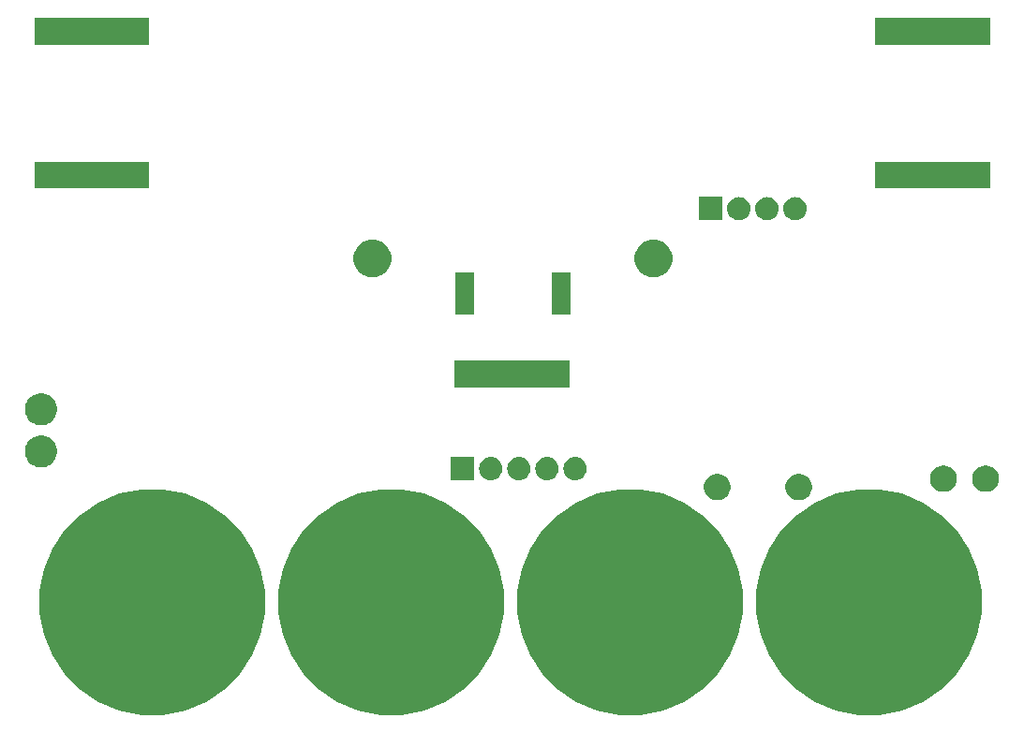
<source format=gbr>
G04 #@! TF.GenerationSoftware,KiCad,Pcbnew,5.0.1*
G04 #@! TF.CreationDate,2019-01-19T07:31:33-06:00*
G04 #@! TF.ProjectId,badge,62616467652E6B696361645F70636200,rev?*
G04 #@! TF.SameCoordinates,Original*
G04 #@! TF.FileFunction,Soldermask,Bot*
G04 #@! TF.FilePolarity,Negative*
%FSLAX46Y46*%
G04 Gerber Fmt 4.6, Leading zero omitted, Abs format (unit mm)*
G04 Created by KiCad (PCBNEW 5.0.1) date Sat 19 Jan 2019 07:31:33 AM CST*
%MOMM*%
%LPD*%
G01*
G04 APERTURE LIST*
%ADD10C,0.100000*%
G04 APERTURE END LIST*
D10*
G36*
X118545229Y-132431980D02*
X120401510Y-133200877D01*
X120401512Y-133200878D01*
X122049897Y-134302293D01*
X122072124Y-134317145D01*
X123492855Y-135737876D01*
X124609123Y-137408490D01*
X125378020Y-139264771D01*
X125770000Y-141235386D01*
X125770000Y-143244614D01*
X125378020Y-145215229D01*
X124609123Y-147071510D01*
X123492855Y-148742124D01*
X122072124Y-150162855D01*
X122072121Y-150162857D01*
X120401512Y-151279122D01*
X120401511Y-151279123D01*
X120401510Y-151279123D01*
X118545229Y-152048020D01*
X116574614Y-152440000D01*
X114565386Y-152440000D01*
X112594771Y-152048020D01*
X110738490Y-151279123D01*
X110738489Y-151279123D01*
X110738488Y-151279122D01*
X109067879Y-150162857D01*
X109067876Y-150162855D01*
X107647145Y-148742124D01*
X106530877Y-147071510D01*
X105761980Y-145215229D01*
X105370000Y-143244614D01*
X105370000Y-141235386D01*
X105761980Y-139264771D01*
X106530877Y-137408490D01*
X107647145Y-135737876D01*
X109067876Y-134317145D01*
X109090103Y-134302293D01*
X110738488Y-133200878D01*
X110738490Y-133200877D01*
X112594771Y-132431980D01*
X114565386Y-132040000D01*
X116574614Y-132040000D01*
X118545229Y-132431980D01*
X118545229Y-132431980D01*
G37*
G36*
X96955229Y-132431980D02*
X98811510Y-133200877D01*
X98811512Y-133200878D01*
X100459897Y-134302293D01*
X100482124Y-134317145D01*
X101902855Y-135737876D01*
X103019123Y-137408490D01*
X103788020Y-139264771D01*
X104180000Y-141235386D01*
X104180000Y-143244614D01*
X103788020Y-145215229D01*
X103019123Y-147071510D01*
X101902855Y-148742124D01*
X100482124Y-150162855D01*
X100482121Y-150162857D01*
X98811512Y-151279122D01*
X98811511Y-151279123D01*
X98811510Y-151279123D01*
X96955229Y-152048020D01*
X94984614Y-152440000D01*
X92975386Y-152440000D01*
X91004771Y-152048020D01*
X89148490Y-151279123D01*
X89148489Y-151279123D01*
X89148488Y-151279122D01*
X87477879Y-150162857D01*
X87477876Y-150162855D01*
X86057145Y-148742124D01*
X84940877Y-147071510D01*
X84171980Y-145215229D01*
X83780000Y-143244614D01*
X83780000Y-141235386D01*
X84171980Y-139264771D01*
X84940877Y-137408490D01*
X86057145Y-135737876D01*
X87477876Y-134317145D01*
X87500103Y-134302293D01*
X89148488Y-133200878D01*
X89148490Y-133200877D01*
X91004771Y-132431980D01*
X92975386Y-132040000D01*
X94984614Y-132040000D01*
X96955229Y-132431980D01*
X96955229Y-132431980D01*
G37*
G36*
X161725229Y-132431980D02*
X163581510Y-133200877D01*
X163581512Y-133200878D01*
X165229897Y-134302293D01*
X165252124Y-134317145D01*
X166672855Y-135737876D01*
X167789123Y-137408490D01*
X168558020Y-139264771D01*
X168950000Y-141235386D01*
X168950000Y-143244614D01*
X168558020Y-145215229D01*
X167789123Y-147071510D01*
X166672855Y-148742124D01*
X165252124Y-150162855D01*
X165252121Y-150162857D01*
X163581512Y-151279122D01*
X163581511Y-151279123D01*
X163581510Y-151279123D01*
X161725229Y-152048020D01*
X159754614Y-152440000D01*
X157745386Y-152440000D01*
X155774771Y-152048020D01*
X153918490Y-151279123D01*
X153918489Y-151279123D01*
X153918488Y-151279122D01*
X152247879Y-150162857D01*
X152247876Y-150162855D01*
X150827145Y-148742124D01*
X149710877Y-147071510D01*
X148941980Y-145215229D01*
X148550000Y-143244614D01*
X148550000Y-141235386D01*
X148941980Y-139264771D01*
X149710877Y-137408490D01*
X150827145Y-135737876D01*
X152247876Y-134317145D01*
X152270103Y-134302293D01*
X153918488Y-133200878D01*
X153918490Y-133200877D01*
X155774771Y-132431980D01*
X157745386Y-132040000D01*
X159754614Y-132040000D01*
X161725229Y-132431980D01*
X161725229Y-132431980D01*
G37*
G36*
X140135229Y-132431980D02*
X141991510Y-133200877D01*
X141991512Y-133200878D01*
X143639897Y-134302293D01*
X143662124Y-134317145D01*
X145082855Y-135737876D01*
X146199123Y-137408490D01*
X146968020Y-139264771D01*
X147360000Y-141235386D01*
X147360000Y-143244614D01*
X146968020Y-145215229D01*
X146199123Y-147071510D01*
X145082855Y-148742124D01*
X143662124Y-150162855D01*
X143662121Y-150162857D01*
X141991512Y-151279122D01*
X141991511Y-151279123D01*
X141991510Y-151279123D01*
X140135229Y-152048020D01*
X138164614Y-152440000D01*
X136155386Y-152440000D01*
X134184771Y-152048020D01*
X132328490Y-151279123D01*
X132328489Y-151279123D01*
X132328488Y-151279122D01*
X130657879Y-150162857D01*
X130657876Y-150162855D01*
X129237145Y-148742124D01*
X128120877Y-147071510D01*
X127351980Y-145215229D01*
X126960000Y-143244614D01*
X126960000Y-141235386D01*
X127351980Y-139264771D01*
X128120877Y-137408490D01*
X129237145Y-135737876D01*
X130657876Y-134317145D01*
X130680103Y-134302293D01*
X132328488Y-133200878D01*
X132328490Y-133200877D01*
X134184771Y-132431980D01*
X136155386Y-132040000D01*
X138164614Y-132040000D01*
X140135229Y-132431980D01*
X140135229Y-132431980D01*
G37*
G36*
X152750026Y-130672115D02*
X152968412Y-130762573D01*
X153164958Y-130893901D01*
X153332099Y-131061042D01*
X153463427Y-131257588D01*
X153553885Y-131475974D01*
X153600000Y-131707809D01*
X153600000Y-131944191D01*
X153553885Y-132176026D01*
X153463427Y-132394412D01*
X153332099Y-132590958D01*
X153164958Y-132758099D01*
X152968412Y-132889427D01*
X152750026Y-132979885D01*
X152518191Y-133026000D01*
X152281809Y-133026000D01*
X152049974Y-132979885D01*
X151831588Y-132889427D01*
X151635042Y-132758099D01*
X151467901Y-132590958D01*
X151336573Y-132394412D01*
X151246115Y-132176026D01*
X151200000Y-131944191D01*
X151200000Y-131707809D01*
X151246115Y-131475974D01*
X151336573Y-131257588D01*
X151467901Y-131061042D01*
X151635042Y-130893901D01*
X151831588Y-130762573D01*
X152049974Y-130672115D01*
X152281809Y-130626000D01*
X152518191Y-130626000D01*
X152750026Y-130672115D01*
X152750026Y-130672115D01*
G37*
G36*
X145384026Y-130672115D02*
X145602412Y-130762573D01*
X145798958Y-130893901D01*
X145966099Y-131061042D01*
X146097427Y-131257588D01*
X146187885Y-131475974D01*
X146234000Y-131707809D01*
X146234000Y-131944191D01*
X146187885Y-132176026D01*
X146097427Y-132394412D01*
X145966099Y-132590958D01*
X145798958Y-132758099D01*
X145602412Y-132889427D01*
X145384026Y-132979885D01*
X145152191Y-133026000D01*
X144915809Y-133026000D01*
X144683974Y-132979885D01*
X144465588Y-132889427D01*
X144269042Y-132758099D01*
X144101901Y-132590958D01*
X143970573Y-132394412D01*
X143880115Y-132176026D01*
X143834000Y-131944191D01*
X143834000Y-131707809D01*
X143880115Y-131475974D01*
X143970573Y-131257588D01*
X144101901Y-131061042D01*
X144269042Y-130893901D01*
X144465588Y-130762573D01*
X144683974Y-130672115D01*
X144915809Y-130626000D01*
X145152191Y-130626000D01*
X145384026Y-130672115D01*
X145384026Y-130672115D01*
G37*
G36*
X169641026Y-129910115D02*
X169859412Y-130000573D01*
X170055958Y-130131901D01*
X170223099Y-130299042D01*
X170354427Y-130495588D01*
X170444885Y-130713974D01*
X170491000Y-130945809D01*
X170491000Y-131182191D01*
X170444885Y-131414026D01*
X170354427Y-131632412D01*
X170223099Y-131828958D01*
X170055958Y-131996099D01*
X169859412Y-132127427D01*
X169641026Y-132217885D01*
X169409191Y-132264000D01*
X169172809Y-132264000D01*
X168940974Y-132217885D01*
X168722588Y-132127427D01*
X168526042Y-131996099D01*
X168358901Y-131828958D01*
X168227573Y-131632412D01*
X168137115Y-131414026D01*
X168091000Y-131182191D01*
X168091000Y-130945809D01*
X168137115Y-130713974D01*
X168227573Y-130495588D01*
X168358901Y-130299042D01*
X168526042Y-130131901D01*
X168722588Y-130000573D01*
X168940974Y-129910115D01*
X169172809Y-129864000D01*
X169409191Y-129864000D01*
X169641026Y-129910115D01*
X169641026Y-129910115D01*
G37*
G36*
X165831026Y-129910115D02*
X166049412Y-130000573D01*
X166245958Y-130131901D01*
X166413099Y-130299042D01*
X166544427Y-130495588D01*
X166634885Y-130713974D01*
X166681000Y-130945809D01*
X166681000Y-131182191D01*
X166634885Y-131414026D01*
X166544427Y-131632412D01*
X166413099Y-131828958D01*
X166245958Y-131996099D01*
X166049412Y-132127427D01*
X165831026Y-132217885D01*
X165599191Y-132264000D01*
X165362809Y-132264000D01*
X165130974Y-132217885D01*
X164912588Y-132127427D01*
X164716042Y-131996099D01*
X164548901Y-131828958D01*
X164417573Y-131632412D01*
X164327115Y-131414026D01*
X164281000Y-131182191D01*
X164281000Y-130945809D01*
X164327115Y-130713974D01*
X164417573Y-130495588D01*
X164548901Y-130299042D01*
X164716042Y-130131901D01*
X164912588Y-130000573D01*
X165130974Y-129910115D01*
X165362809Y-129864000D01*
X165599191Y-129864000D01*
X165831026Y-129910115D01*
X165831026Y-129910115D01*
G37*
G36*
X124698707Y-129104596D02*
X124775836Y-129112193D01*
X124907787Y-129152220D01*
X124973763Y-129172233D01*
X125156172Y-129269733D01*
X125316054Y-129400946D01*
X125447267Y-129560828D01*
X125544767Y-129743237D01*
X125544767Y-129743238D01*
X125604807Y-129941164D01*
X125625080Y-130147000D01*
X125604807Y-130352836D01*
X125564780Y-130484787D01*
X125544767Y-130550763D01*
X125447267Y-130733172D01*
X125316054Y-130893054D01*
X125156172Y-131024267D01*
X124973763Y-131121767D01*
X124907787Y-131141780D01*
X124775836Y-131181807D01*
X124698707Y-131189404D01*
X124621580Y-131197000D01*
X124518420Y-131197000D01*
X124441293Y-131189404D01*
X124364164Y-131181807D01*
X124232213Y-131141780D01*
X124166237Y-131121767D01*
X123983828Y-131024267D01*
X123823946Y-130893054D01*
X123692733Y-130733172D01*
X123595233Y-130550763D01*
X123575220Y-130484787D01*
X123535193Y-130352836D01*
X123514920Y-130147000D01*
X123535193Y-129941164D01*
X123595233Y-129743238D01*
X123595233Y-129743237D01*
X123692733Y-129560828D01*
X123823946Y-129400946D01*
X123983828Y-129269733D01*
X124166237Y-129172233D01*
X124232213Y-129152220D01*
X124364164Y-129112193D01*
X124441293Y-129104596D01*
X124518420Y-129097000D01*
X124621580Y-129097000D01*
X124698707Y-129104596D01*
X124698707Y-129104596D01*
G37*
G36*
X132318707Y-129104596D02*
X132395836Y-129112193D01*
X132527787Y-129152220D01*
X132593763Y-129172233D01*
X132776172Y-129269733D01*
X132936054Y-129400946D01*
X133067267Y-129560828D01*
X133164767Y-129743237D01*
X133164767Y-129743238D01*
X133224807Y-129941164D01*
X133245080Y-130147000D01*
X133224807Y-130352836D01*
X133184780Y-130484787D01*
X133164767Y-130550763D01*
X133067267Y-130733172D01*
X132936054Y-130893054D01*
X132776172Y-131024267D01*
X132593763Y-131121767D01*
X132527787Y-131141780D01*
X132395836Y-131181807D01*
X132318707Y-131189404D01*
X132241580Y-131197000D01*
X132138420Y-131197000D01*
X132061293Y-131189404D01*
X131984164Y-131181807D01*
X131852213Y-131141780D01*
X131786237Y-131121767D01*
X131603828Y-131024267D01*
X131443946Y-130893054D01*
X131312733Y-130733172D01*
X131215233Y-130550763D01*
X131195220Y-130484787D01*
X131155193Y-130352836D01*
X131134920Y-130147000D01*
X131155193Y-129941164D01*
X131215233Y-129743238D01*
X131215233Y-129743237D01*
X131312733Y-129560828D01*
X131443946Y-129400946D01*
X131603828Y-129269733D01*
X131786237Y-129172233D01*
X131852213Y-129152220D01*
X131984164Y-129112193D01*
X132061293Y-129104596D01*
X132138420Y-129097000D01*
X132241580Y-129097000D01*
X132318707Y-129104596D01*
X132318707Y-129104596D01*
G37*
G36*
X129778707Y-129104596D02*
X129855836Y-129112193D01*
X129987787Y-129152220D01*
X130053763Y-129172233D01*
X130236172Y-129269733D01*
X130396054Y-129400946D01*
X130527267Y-129560828D01*
X130624767Y-129743237D01*
X130624767Y-129743238D01*
X130684807Y-129941164D01*
X130705080Y-130147000D01*
X130684807Y-130352836D01*
X130644780Y-130484787D01*
X130624767Y-130550763D01*
X130527267Y-130733172D01*
X130396054Y-130893054D01*
X130236172Y-131024267D01*
X130053763Y-131121767D01*
X129987787Y-131141780D01*
X129855836Y-131181807D01*
X129778707Y-131189404D01*
X129701580Y-131197000D01*
X129598420Y-131197000D01*
X129521293Y-131189404D01*
X129444164Y-131181807D01*
X129312213Y-131141780D01*
X129246237Y-131121767D01*
X129063828Y-131024267D01*
X128903946Y-130893054D01*
X128772733Y-130733172D01*
X128675233Y-130550763D01*
X128655220Y-130484787D01*
X128615193Y-130352836D01*
X128594920Y-130147000D01*
X128615193Y-129941164D01*
X128675233Y-129743238D01*
X128675233Y-129743237D01*
X128772733Y-129560828D01*
X128903946Y-129400946D01*
X129063828Y-129269733D01*
X129246237Y-129172233D01*
X129312213Y-129152220D01*
X129444164Y-129112193D01*
X129521293Y-129104596D01*
X129598420Y-129097000D01*
X129701580Y-129097000D01*
X129778707Y-129104596D01*
X129778707Y-129104596D01*
G37*
G36*
X123080000Y-131197000D02*
X120980000Y-131197000D01*
X120980000Y-129097000D01*
X123080000Y-129097000D01*
X123080000Y-131197000D01*
X123080000Y-131197000D01*
G37*
G36*
X127238707Y-129104596D02*
X127315836Y-129112193D01*
X127447787Y-129152220D01*
X127513763Y-129172233D01*
X127696172Y-129269733D01*
X127856054Y-129400946D01*
X127987267Y-129560828D01*
X128084767Y-129743237D01*
X128084767Y-129743238D01*
X128144807Y-129941164D01*
X128165080Y-130147000D01*
X128144807Y-130352836D01*
X128104780Y-130484787D01*
X128084767Y-130550763D01*
X127987267Y-130733172D01*
X127856054Y-130893054D01*
X127696172Y-131024267D01*
X127513763Y-131121767D01*
X127447787Y-131141780D01*
X127315836Y-131181807D01*
X127238707Y-131189404D01*
X127161580Y-131197000D01*
X127058420Y-131197000D01*
X126981293Y-131189404D01*
X126904164Y-131181807D01*
X126772213Y-131141780D01*
X126706237Y-131121767D01*
X126523828Y-131024267D01*
X126363946Y-130893054D01*
X126232733Y-130733172D01*
X126135233Y-130550763D01*
X126115220Y-130484787D01*
X126075193Y-130352836D01*
X126054920Y-130147000D01*
X126075193Y-129941164D01*
X126135233Y-129743238D01*
X126135233Y-129743237D01*
X126232733Y-129560828D01*
X126363946Y-129400946D01*
X126523828Y-129269733D01*
X126706237Y-129172233D01*
X126772213Y-129152220D01*
X126904164Y-129112193D01*
X126981293Y-129104596D01*
X127058420Y-129097000D01*
X127161580Y-129097000D01*
X127238707Y-129104596D01*
X127238707Y-129104596D01*
G37*
G36*
X84342855Y-127213030D02*
X84606680Y-127322310D01*
X84844120Y-127480962D01*
X85046038Y-127682880D01*
X85204690Y-127920320D01*
X85313970Y-128184145D01*
X85369680Y-128464218D01*
X85369680Y-128749782D01*
X85313970Y-129029855D01*
X85204690Y-129293680D01*
X85046038Y-129531120D01*
X84844120Y-129733038D01*
X84606680Y-129891690D01*
X84342855Y-130000970D01*
X84062782Y-130056680D01*
X83777218Y-130056680D01*
X83497145Y-130000970D01*
X83233320Y-129891690D01*
X82995880Y-129733038D01*
X82793962Y-129531120D01*
X82635310Y-129293680D01*
X82526030Y-129029855D01*
X82470320Y-128749782D01*
X82470320Y-128464218D01*
X82526030Y-128184145D01*
X82635310Y-127920320D01*
X82793962Y-127682880D01*
X82995880Y-127480962D01*
X83233320Y-127322310D01*
X83497145Y-127213030D01*
X83777218Y-127157320D01*
X84062782Y-127157320D01*
X84342855Y-127213030D01*
X84342855Y-127213030D01*
G37*
G36*
X84342855Y-123403030D02*
X84606680Y-123512310D01*
X84844120Y-123670962D01*
X85046038Y-123872880D01*
X85204690Y-124110320D01*
X85313970Y-124374145D01*
X85369680Y-124654218D01*
X85369680Y-124939782D01*
X85313970Y-125219855D01*
X85204690Y-125483680D01*
X85046038Y-125721120D01*
X84844120Y-125923038D01*
X84606680Y-126081690D01*
X84342855Y-126190970D01*
X84062782Y-126246680D01*
X83777218Y-126246680D01*
X83497145Y-126190970D01*
X83233320Y-126081690D01*
X82995880Y-125923038D01*
X82793962Y-125721120D01*
X82635310Y-125483680D01*
X82526030Y-125219855D01*
X82470320Y-124939782D01*
X82470320Y-124654218D01*
X82526030Y-124374145D01*
X82635310Y-124110320D01*
X82793962Y-123872880D01*
X82995880Y-123670962D01*
X83233320Y-123512310D01*
X83497145Y-123403030D01*
X83777218Y-123347320D01*
X84062782Y-123347320D01*
X84342855Y-123403030D01*
X84342855Y-123403030D01*
G37*
G36*
X131720000Y-122797000D02*
X121320000Y-122797000D01*
X121320000Y-120397000D01*
X131720000Y-120397000D01*
X131720000Y-122797000D01*
X131720000Y-122797000D01*
G37*
G36*
X123045000Y-116205000D02*
X121345000Y-116205000D01*
X121345000Y-112405000D01*
X123045000Y-112405000D01*
X123045000Y-116205000D01*
X123045000Y-116205000D01*
G37*
G36*
X131745000Y-116205000D02*
X130045000Y-116205000D01*
X130045000Y-112405000D01*
X131745000Y-112405000D01*
X131745000Y-116205000D01*
X131745000Y-116205000D01*
G37*
G36*
X139656393Y-109490553D02*
X139765872Y-109512330D01*
X140075252Y-109640479D01*
X140353687Y-109826523D01*
X140590477Y-110063313D01*
X140776521Y-110341748D01*
X140904670Y-110651128D01*
X140970000Y-110979565D01*
X140970000Y-111314435D01*
X140904670Y-111642872D01*
X140776521Y-111952252D01*
X140590477Y-112230687D01*
X140353687Y-112467477D01*
X140075252Y-112653521D01*
X139765872Y-112781670D01*
X139656393Y-112803447D01*
X139437437Y-112847000D01*
X139102563Y-112847000D01*
X138883607Y-112803447D01*
X138774128Y-112781670D01*
X138464748Y-112653521D01*
X138186313Y-112467477D01*
X137949523Y-112230687D01*
X137763479Y-111952252D01*
X137635330Y-111642872D01*
X137570000Y-111314435D01*
X137570000Y-110979565D01*
X137635330Y-110651128D01*
X137763479Y-110341748D01*
X137949523Y-110063313D01*
X138186313Y-109826523D01*
X138464748Y-109640479D01*
X138774128Y-109512330D01*
X138883607Y-109490553D01*
X139102563Y-109447000D01*
X139437437Y-109447000D01*
X139656393Y-109490553D01*
X139656393Y-109490553D01*
G37*
G36*
X114256393Y-109490553D02*
X114365872Y-109512330D01*
X114675252Y-109640479D01*
X114953687Y-109826523D01*
X115190477Y-110063313D01*
X115376521Y-110341748D01*
X115504670Y-110651128D01*
X115570000Y-110979565D01*
X115570000Y-111314435D01*
X115504670Y-111642872D01*
X115376521Y-111952252D01*
X115190477Y-112230687D01*
X114953687Y-112467477D01*
X114675252Y-112653521D01*
X114365872Y-112781670D01*
X114256393Y-112803447D01*
X114037437Y-112847000D01*
X113702563Y-112847000D01*
X113483607Y-112803447D01*
X113374128Y-112781670D01*
X113064748Y-112653521D01*
X112786313Y-112467477D01*
X112549523Y-112230687D01*
X112363479Y-111952252D01*
X112235330Y-111642872D01*
X112170000Y-111314435D01*
X112170000Y-110979565D01*
X112235330Y-110651128D01*
X112363479Y-110341748D01*
X112549523Y-110063313D01*
X112786313Y-109826523D01*
X113064748Y-109640479D01*
X113374128Y-109512330D01*
X113483607Y-109490553D01*
X113702563Y-109447000D01*
X114037437Y-109447000D01*
X114256393Y-109490553D01*
X114256393Y-109490553D01*
G37*
G36*
X152198707Y-105604596D02*
X152275836Y-105612193D01*
X152407787Y-105652220D01*
X152473763Y-105672233D01*
X152656172Y-105769733D01*
X152816054Y-105900946D01*
X152947267Y-106060828D01*
X153044767Y-106243237D01*
X153044767Y-106243238D01*
X153104807Y-106441164D01*
X153125080Y-106647000D01*
X153104807Y-106852836D01*
X153064780Y-106984787D01*
X153044767Y-107050763D01*
X152947267Y-107233172D01*
X152816054Y-107393054D01*
X152656172Y-107524267D01*
X152473763Y-107621767D01*
X152407787Y-107641780D01*
X152275836Y-107681807D01*
X152198707Y-107689403D01*
X152121580Y-107697000D01*
X152018420Y-107697000D01*
X151941293Y-107689403D01*
X151864164Y-107681807D01*
X151732213Y-107641780D01*
X151666237Y-107621767D01*
X151483828Y-107524267D01*
X151323946Y-107393054D01*
X151192733Y-107233172D01*
X151095233Y-107050763D01*
X151075220Y-106984787D01*
X151035193Y-106852836D01*
X151014920Y-106647000D01*
X151035193Y-106441164D01*
X151095233Y-106243238D01*
X151095233Y-106243237D01*
X151192733Y-106060828D01*
X151323946Y-105900946D01*
X151483828Y-105769733D01*
X151666237Y-105672233D01*
X151732213Y-105652220D01*
X151864164Y-105612193D01*
X151941293Y-105604597D01*
X152018420Y-105597000D01*
X152121580Y-105597000D01*
X152198707Y-105604596D01*
X152198707Y-105604596D01*
G37*
G36*
X149658707Y-105604596D02*
X149735836Y-105612193D01*
X149867787Y-105652220D01*
X149933763Y-105672233D01*
X150116172Y-105769733D01*
X150276054Y-105900946D01*
X150407267Y-106060828D01*
X150504767Y-106243237D01*
X150504767Y-106243238D01*
X150564807Y-106441164D01*
X150585080Y-106647000D01*
X150564807Y-106852836D01*
X150524780Y-106984787D01*
X150504767Y-107050763D01*
X150407267Y-107233172D01*
X150276054Y-107393054D01*
X150116172Y-107524267D01*
X149933763Y-107621767D01*
X149867787Y-107641780D01*
X149735836Y-107681807D01*
X149658707Y-107689403D01*
X149581580Y-107697000D01*
X149478420Y-107697000D01*
X149401293Y-107689403D01*
X149324164Y-107681807D01*
X149192213Y-107641780D01*
X149126237Y-107621767D01*
X148943828Y-107524267D01*
X148783946Y-107393054D01*
X148652733Y-107233172D01*
X148555233Y-107050763D01*
X148535220Y-106984787D01*
X148495193Y-106852836D01*
X148474920Y-106647000D01*
X148495193Y-106441164D01*
X148555233Y-106243238D01*
X148555233Y-106243237D01*
X148652733Y-106060828D01*
X148783946Y-105900946D01*
X148943828Y-105769733D01*
X149126237Y-105672233D01*
X149192213Y-105652220D01*
X149324164Y-105612193D01*
X149401293Y-105604597D01*
X149478420Y-105597000D01*
X149581580Y-105597000D01*
X149658707Y-105604596D01*
X149658707Y-105604596D01*
G37*
G36*
X147118707Y-105604596D02*
X147195836Y-105612193D01*
X147327787Y-105652220D01*
X147393763Y-105672233D01*
X147576172Y-105769733D01*
X147736054Y-105900946D01*
X147867267Y-106060828D01*
X147964767Y-106243237D01*
X147964767Y-106243238D01*
X148024807Y-106441164D01*
X148045080Y-106647000D01*
X148024807Y-106852836D01*
X147984780Y-106984787D01*
X147964767Y-107050763D01*
X147867267Y-107233172D01*
X147736054Y-107393054D01*
X147576172Y-107524267D01*
X147393763Y-107621767D01*
X147327787Y-107641780D01*
X147195836Y-107681807D01*
X147118707Y-107689403D01*
X147041580Y-107697000D01*
X146938420Y-107697000D01*
X146861293Y-107689403D01*
X146784164Y-107681807D01*
X146652213Y-107641780D01*
X146586237Y-107621767D01*
X146403828Y-107524267D01*
X146243946Y-107393054D01*
X146112733Y-107233172D01*
X146015233Y-107050763D01*
X145995220Y-106984787D01*
X145955193Y-106852836D01*
X145934920Y-106647000D01*
X145955193Y-106441164D01*
X146015233Y-106243238D01*
X146015233Y-106243237D01*
X146112733Y-106060828D01*
X146243946Y-105900946D01*
X146403828Y-105769733D01*
X146586237Y-105672233D01*
X146652213Y-105652220D01*
X146784164Y-105612193D01*
X146861293Y-105604597D01*
X146938420Y-105597000D01*
X147041580Y-105597000D01*
X147118707Y-105604596D01*
X147118707Y-105604596D01*
G37*
G36*
X145500000Y-107697000D02*
X143400000Y-107697000D01*
X143400000Y-105597000D01*
X145500000Y-105597000D01*
X145500000Y-107697000D01*
X145500000Y-107697000D01*
G37*
G36*
X169720000Y-104797000D02*
X159320000Y-104797000D01*
X159320000Y-102397000D01*
X169720000Y-102397000D01*
X169720000Y-104797000D01*
X169720000Y-104797000D01*
G37*
G36*
X93720000Y-104797000D02*
X83320000Y-104797000D01*
X83320000Y-102397000D01*
X93720000Y-102397000D01*
X93720000Y-104797000D01*
X93720000Y-104797000D01*
G37*
G36*
X169720000Y-91797000D02*
X159320000Y-91797000D01*
X159320000Y-89397000D01*
X169720000Y-89397000D01*
X169720000Y-91797000D01*
X169720000Y-91797000D01*
G37*
G36*
X93720000Y-91797000D02*
X83320000Y-91797000D01*
X83320000Y-89397000D01*
X93720000Y-89397000D01*
X93720000Y-91797000D01*
X93720000Y-91797000D01*
G37*
M02*

</source>
